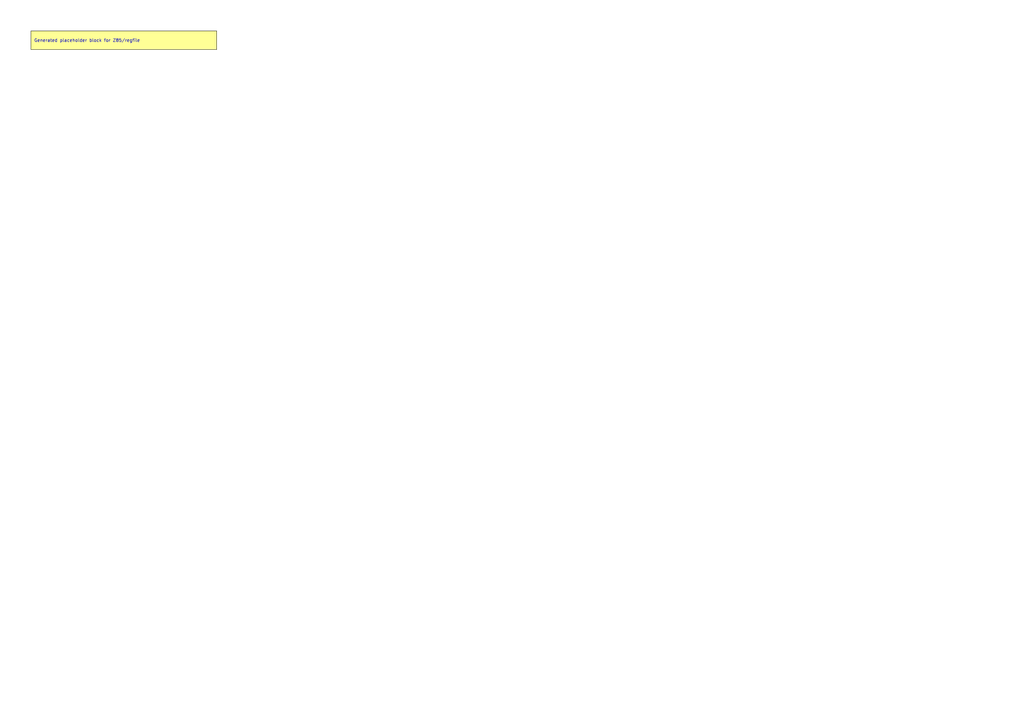
<source format=kicad_sch>
(kicad_sch
	(version 20250114)
	(generator "kicadgen")
	(generator_version "0.1")
	(uuid "688255d4-2701-5e87-8a8e-92dbf34c8e86")
	(paper "A3")
	(title_block
		(title "Z85::regfile")
		(company "Project Carbon")
		(comment 1 "Generated - do not edit in generated/")
		(comment 2 "Edit in schem/kicad9/manual/ or refine mapping specs")
	)
	(lib_symbols)
	(text_box
		"Generated placeholder block for Z85/regfile"
		(exclude_from_sim no)
		(at
			12.7
			12.7
			0
		)
		(size 76.2 7.62)
		(margins
			1.27
			1.27
			1.27
			1.27
		)
		(stroke
			(width 0)
			(type default)
			(color
				0
				0
				0
				1
			)
		)
		(fill
			(type color)
			(color
				255
				255
				150
				1
			)
		)
		(effects
			(font
				(size 1.27 1.27)
			)
			(justify left)
		)
		(uuid "7004ee1a-3eba-5757-8a4c-9aa55cca970f")
	)
	(sheet_instances
		(path
			"/"
			(page "1")
		)
	)
	(embedded_fonts no)
)

</source>
